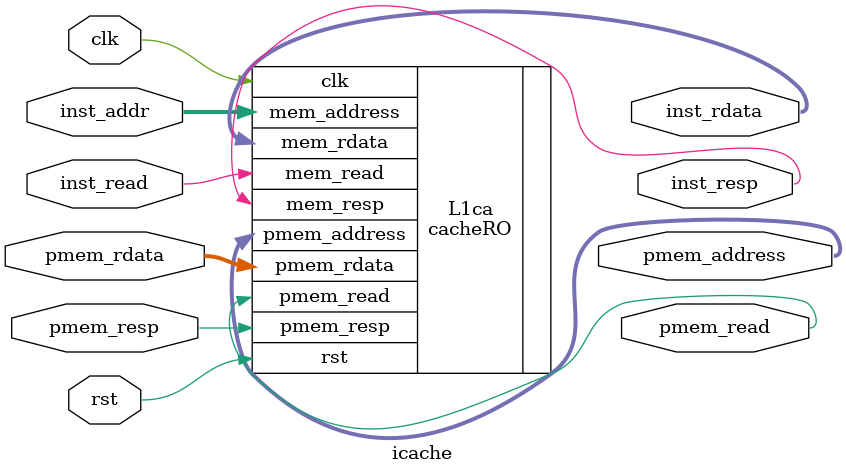
<source format=sv>

module icache
(
   input logic clk,
   input logic rst,
   input logic inst_read,
   input logic pmem_resp,
   input logic [31:0] inst_addr,
   input logic [255:0] pmem_rdata,
   output logic inst_resp,
   output logic pmem_read,
   output logic [31:0] inst_rdata,
   output logic [31:0] pmem_address
);

logic l2_resp, l2_read, l2_write;
logic[31:0] l2_address, l2_byte_enable;
logic [255:0] l2_rdata, l2_wdata;

cacheRO #(.num_ways(4), .s_index(3), .o_offset(2)) L1ca(
  .clk,
  .rst,

  /* CPU memory signals */
  .mem_read(inst_read),
  .mem_address(inst_addr),
  .mem_resp(inst_resp),
  .mem_rdata(inst_rdata),
  
    /* Physical memory signals */
  .pmem_resp(pmem_resp),
  .pmem_rdata(pmem_rdata),
  .pmem_address(pmem_address),
  .pmem_read(pmem_read)
  
//  /* L2ca memory signals */
//  .pmem_resp(l2_resp),
//  .pmem_rdata(l2_rdata),
//  .pmem_address(l2_address),
//  .pmem_wdata(l2_wdata),
//  .pmem_read(l2_read),
//  .pmem_write(l2_write),
//  .pmem_byte_enable(l2_byte_enable)

);


//cache #(.num_ways(4), .s_index(3), .o_offset(5), .isL1(0)) L2ca(
//  .clk,
//  .rst,
//  
//  /* L1ca memory signals */
//  .mem_read(l2_read),
//  .mem_write(l2_write),
//  .mem_byte_enable(l2_byte_enable),
//  .mem_address(l2_address),
//  .mem_wdata(l2_wdata),
//  .mem_resp(l2_resp),
//  .mem_rdata(l2_rdata),
//  
//  /* Physical memory signals */
//  .pmem_resp(pmem_resp),
//  .pmem_rdata(pmem_rdata),
//  .pmem_address(pmem_address),
//  .pmem_wdata(),
//  .pmem_read(pmem_read),
//  .pmem_write(),
//  .pmem_byte_enable()
//);
  
endmodule : icache


</source>
